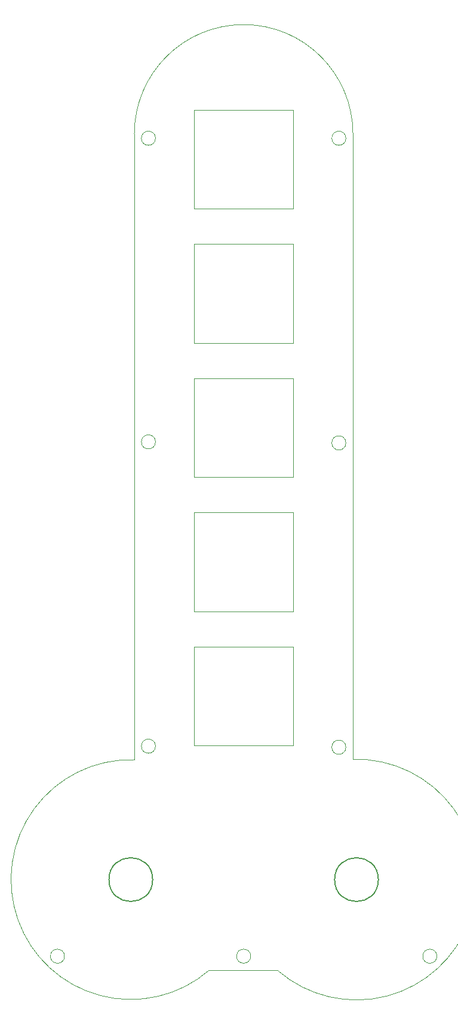
<source format=gbr>
%TF.GenerationSoftware,KiCad,Pcbnew,(5.1.6)-1*%
%TF.CreationDate,2021-02-24T16:46:43-06:00*%
%TF.ProjectId,PR-TopPlate,50522d54-6f70-4506-9c61-74652e6b6963,rev?*%
%TF.SameCoordinates,Original*%
%TF.FileFunction,Profile,NP*%
%FSLAX46Y46*%
G04 Gerber Fmt 4.6, Leading zero omitted, Abs format (unit mm)*
G04 Created by KiCad (PCBNEW (5.1.6)-1) date 2021-02-24 16:46:43*
%MOMM*%
%LPD*%
G01*
G04 APERTURE LIST*
%TA.AperFunction,Profile*%
%ADD10C,0.050000*%
%TD*%
%TA.AperFunction,Profile*%
%ADD11C,0.150000*%
%TD*%
G04 APERTURE END LIST*
D10*
X113600000Y-110850000D02*
G75*
G03*
X113600000Y-110850000I-1000000J0D01*
G01*
X166400000Y-110850000D02*
G75*
G03*
X166400000Y-110850000I-1000000J0D01*
G01*
X140000000Y-110850000D02*
G75*
G03*
X140000000Y-110850000I-1000000J0D01*
G01*
X126500000Y-38000000D02*
G75*
G03*
X126500000Y-38000000I-1000000J0D01*
G01*
X153500000Y-38150000D02*
G75*
G03*
X153500000Y-38150000I-1000000J0D01*
G01*
X126500000Y-81100000D02*
G75*
G03*
X126500000Y-81100000I-1000000J0D01*
G01*
X153500000Y-81250000D02*
G75*
G03*
X153500000Y-81250000I-1000000J0D01*
G01*
X126500000Y5000000D02*
G75*
G03*
X126500000Y5000000I-1000000J0D01*
G01*
X153500000Y5000000D02*
G75*
G03*
X153500000Y5000000I-1000000J0D01*
G01*
X123500000Y5650000D02*
G75*
G02*
X154500000Y5650000I15500000J-50000D01*
G01*
X123497556Y-83026935D02*
G75*
G03*
X134100000Y-112850000I-497556J-16973065D01*
G01*
X123497556Y-83026935D02*
X123500000Y5650000D01*
X154499989Y-82961443D02*
X154500000Y5650000D01*
X143800001Y-112849999D02*
X134100000Y-112850000D01*
X154499989Y-82961442D02*
G75*
G02*
X143800001Y-112849999I500011J-17038558D01*
G01*
X132000000Y-5000000D02*
X132000000Y9000000D01*
X132000000Y9000000D02*
X146000000Y9000000D01*
X146000000Y9000000D02*
X146000000Y-5000000D01*
X132000000Y-5000000D02*
X146000000Y-5000000D01*
X132000000Y-24000000D02*
X132000000Y-10000000D01*
X132000000Y-10000000D02*
X146000000Y-10000000D01*
X146000000Y-10000000D02*
X146000000Y-24000000D01*
X132000000Y-24000000D02*
X146000000Y-24000000D01*
X132000000Y-43000000D02*
X132000000Y-29000000D01*
X132000000Y-29000000D02*
X146000000Y-29000000D01*
X146000000Y-29000000D02*
X146000000Y-43000000D01*
X132000000Y-43000000D02*
X146000000Y-43000000D01*
X132000000Y-62000000D02*
X132000000Y-48000000D01*
X132000000Y-48000000D02*
X146000000Y-48000000D01*
X146000000Y-48000000D02*
X146000000Y-62000000D01*
X132000000Y-62000000D02*
X146000000Y-62000000D01*
X132000000Y-81000000D02*
X132000000Y-67000000D01*
X132000000Y-67000000D02*
X146000000Y-67000000D01*
X146000000Y-67000000D02*
X146000000Y-81000000D01*
X132000000Y-81000000D02*
X146000000Y-81000000D01*
D11*
X158100000Y-100000000D02*
G75*
G03*
X158100000Y-100000000I-3100000J0D01*
G01*
X126100000Y-100000000D02*
G75*
G03*
X126100000Y-100000000I-3100000J0D01*
G01*
M02*

</source>
